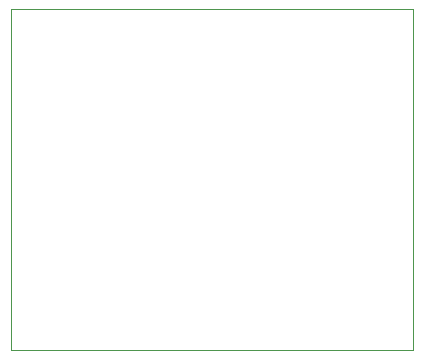
<source format=gbr>
%TF.GenerationSoftware,KiCad,Pcbnew,7.0.9*%
%TF.CreationDate,2023-12-15T09:36:50+01:00*%
%TF.ProjectId,VisibleLight,56697369-626c-4654-9c69-6768742e6b69,1.1*%
%TF.SameCoordinates,Original*%
%TF.FileFunction,Profile,NP*%
%FSLAX46Y46*%
G04 Gerber Fmt 4.6, Leading zero omitted, Abs format (unit mm)*
G04 Created by KiCad (PCBNEW 7.0.9) date 2023-12-15 09:36:50*
%MOMM*%
%LPD*%
G01*
G04 APERTURE LIST*
%TA.AperFunction,Profile*%
%ADD10C,0.100000*%
%TD*%
G04 APERTURE END LIST*
D10*
X49790500Y-14207000D02*
X83826500Y-14207000D01*
X83826500Y-43036000D01*
X49790500Y-43036000D01*
X49790500Y-14207000D01*
M02*

</source>
